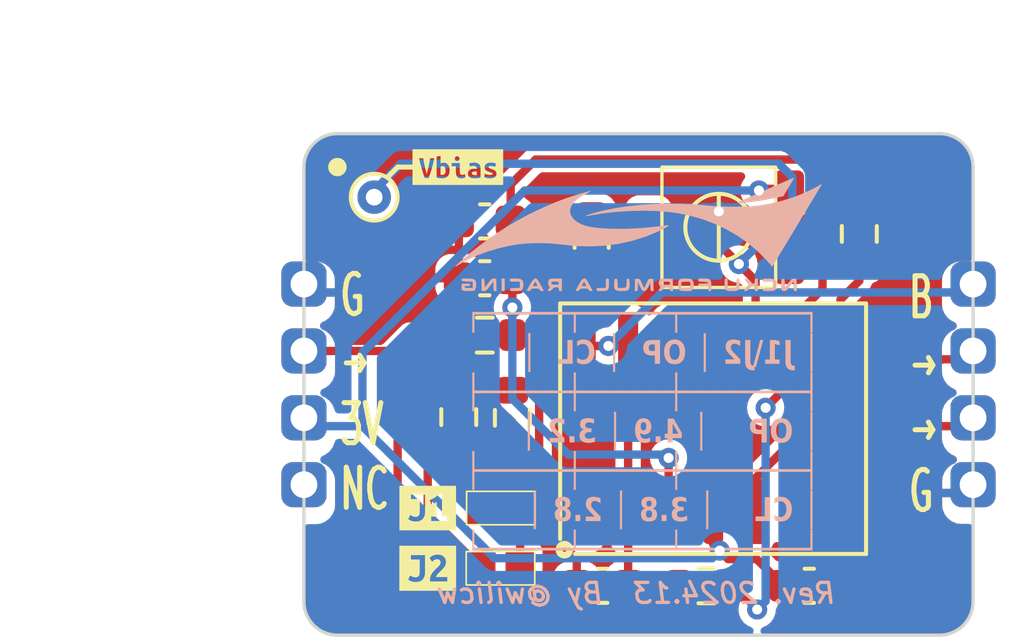
<source format=kicad_pcb>
(kicad_pcb (version 20221018) (generator pcbnew)
  (layers (0 "F.Cu" signal) (31 "B.Cu" signal) (34 "B.Paste" user) (35 "F.Paste" user) (36 "B.SilkS" user "B.Silkscreen") (37 "F.SilkS" user "F.Silkscreen") (38 "B.Mask" user) (39 "F.Mask" user) (44 "Edge.Cuts" user))
  (net 0 "")
  (net 1 "Net-(U1A-+)")
  (net 2 "GND")
  (net 3 "+3V3")
  (net 4 "Net-(JP1-A)")
  (net 5 "Net-(U1A--)")
  (net 6 "Net-(JP1-B)")
  (net 7 "Net-(JP2-B)")
  (net 8 "Net-(J1-Pin_3)")
  (net 9 "Net-(U1C--)")
  (net 10 "Net-(U1C-+)")
  (net 11 "Net-(J2-Pin_2)")
  (net 12 "Net-(J2-Pin_4)")
  (footprint "Connector_PinHeader_2.00mm:PinHeader_1x04_P2.00mm_Vertical" (layer "F.Cu") (at 43 32.5 180)
    (fp_text reference "J2" hide)
    (fp_text value "signal_out" hide)
    (pad "1" thru_hole roundrect (at 0 0 180) (size 1.35 1.35) (drill 0.8) (layers "*.Cu" "*.Mask") (net 2 "GND"))
    (pad "2" thru_hole roundrect (at 0 2 180) (size 1.35 1.35) (drill 0.8) (layers "*.Cu" "*.Mask") (net 11 "Net-(J2-Pin_2)"))
    (pad "3" thru_hole roundrect (at 0 4 180) (size 1.35 1.35) (drill 0.8) (layers "*.Cu" "*.Mask") (net 11 "Net-(J2-Pin_2)"))
    (pad "4" thru_hole roundrect (at 0 6 180) (size 1.35 1.35) (drill 0.8) (layers "*.Cu" "*.Mask") (net 12 "Net-(J2-Pin_4)"))
  )
  (footprint "Resistor_SMD:R_0603_1608Metric" (layer "F.Cu") (at 35.03 35.525)
    (fp_text reference "R2" hide)
    (fp_text value "100k" hide)
    (pad "1" smd roundrect (at -0.825 0) (size 0.8 0.95) (layers "F.Cu" "F.Paste" "F.Mask") (net 5 "Net-(U1A--)"))
    (pad "2" smd roundrect (at 0.825 0) (size 0.8 0.95) (layers "F.Cu" "F.Paste" "F.Mask") (net 9 "Net-(U1C--)"))
  )
  (footprint "TestPoint:TestPoint_THTPad_D1.0mm_Drill0.5mm" (layer "F.Cu") (at 25.1 23.9)
    (fp_text reference "TP1" hide)
    (fp_text value "Vbias" hide)
    (pad "1" thru_hole circle (at 0 0) (size 1 1) (drill 0.5) (layers "*.Cu" "*.Mask") (net 10 "Net-(U1C-+)"))
  )
  (footprint "Capacitor_SMD:C_0603_1608Metric" (layer "F.Cu") (at 28.405 26.325 180)
    (fp_text reference "C1" hide)
    (fp_text value "100n" hide)
    (pad "1" smd roundrect (at -0.775 0 180) (size 0.9 0.95) (layers "F.Cu" "F.Paste" "F.Mask") (net 1 "Net-(U1A-+)"))
    (pad "2" smd roundrect (at 0.775 0 180) (size 0.9 0.95) (layers "F.Cu" "F.Paste" "F.Mask") (net 2 "GND"))
  )
  (footprint "Resistor_SMD:R_0603_1608Metric" (layer "F.Cu") (at 28.405 28.025)
    (fp_text reference "R1" hide)
    (fp_text value "100" hide)
    (pad "1" smd roundrect (at -0.825 0) (size 0.8 0.95) (layers "F.Cu" "F.Paste" "F.Mask") (net 8 "Net-(J1-Pin_3)"))
    (pad "2" smd roundrect (at 0.825 0) (size 0.8 0.95) (layers "F.Cu" "F.Paste" "F.Mask") (net 1 "Net-(U1A-+)"))
  )
  (footprint "kibuzzard-6607B0F2" (layer "F.Cu") (at 27.6 23)
    (fp_text reference "kibuzzard-6607B0F2" hide)
    (fp_text value "G***" hide)
  )
  (footprint "Resistor_SMD:R_0603_1608Metric" (layer "F.Cu") (at 39.6 25 90)
    (fp_text reference "R3" hide)
    (fp_text value "392k" hide)
    (pad "1" smd roundrect (at -0.825 0 90) (size 0.8 0.95) (layers "F.Cu" "F.Paste" "F.Mask") (net 4 "Net-(JP1-A)"))
    (pad "2" smd roundrect (at 0.825 0 90) (size 0.8 0.95) (layers "F.Cu" "F.Paste" "F.Mask") (net 9 "Net-(U1C--)"))
  )
  (footprint "AnalogSensorAmplifier:small jumper" (layer "F.Cu") (at 29.9625 33.75 180)
    (fp_text reference "JP1" hide)
    (fp_text value "SolderJumper_2_Open" hide)
    (pad "1" smd rect (at 0.5 0.55 270) (size 1 0.85) (layers "F.Cu" "F.Paste" "F.Mask") (net 4 "Net-(JP1-A)"))
    (pad "2" smd rect (at 1.65 0.55 270) (size 1 0.85) (layers "F.Cu" "F.Paste" "F.Mask") (net 6 "Net-(JP1-B)"))
  )
  (footprint "PCM_Package_SO_AKL:SOIC-14_3.9x8.7mm_P1.27mm" (layer "F.Cu") (at 35.23 30.825 90)
    (fp_text reference "U1" hide)
    (fp_text value "TLV9064" hide)
    (pad "1" smd roundrect (at -2.475 -3.81 90) (size 1.95 0.6) (layers "F.Cu" "F.Paste" "F.Mask") (net 5 "Net-(U1A--)"))
    (pad "2" smd roundrect (at -2.475 -2.54 90) (size 1.95 0.6) (layers "F.Cu" "F.Paste" "F.Mask") (net 5 "Net-(U1A--)"))
    (pad "3" smd roundrect (at -2.475 -1.27 90) (size 1.95 0.6) (layers "F.Cu" "F.Paste" "F.Mask") (net 1 "Net-(U1A-+)"))
    (pad "4" smd roundrect (at -2.475 0 90) (size 1.95 0.6) (layers "F.Cu" "F.Paste" "F.Mask") (net 3 "+3V3"))
    (pad "5" smd roundrect (at -2.475 1.27 90) (size 1.95 0.6) (layers "F.Cu" "F.Paste" "F.Mask") (net 4 "Net-(JP1-A)"))
    (pad "6" smd roundrect (at -2.475 2.54 90) (size 1.95 0.6) (layers "F.Cu" "F.Paste" "F.Mask") (net 11 "Net-(J2-Pin_2)"))
    (pad "7" smd roundrect (at -2.475 3.81 90) (size 1.95 0.6) (layers "F.Cu" "F.Paste" "F.Mask") (net 11 "Net-(J2-Pin_2)"))
    (pad "8" smd roundrect (at 2.475 3.81 90) (size 1.95 0.6) (layers "F.Cu" "F.Paste" "F.Mask") (net 4 "Net-(JP1-A)"))
    (pad "9" smd roundrect (at 2.475 2.54 90) (size 1.95 0.6) (layers "F.Cu" "F.Paste" "F.Mask") (net 9 "Net-(U1C--)"))
    (pad "10" smd roundrect (at 2.475 1.27 90) (size 1.95 0.6) (layers "F.Cu" "F.Paste" "F.Mask") (net 10 "Net-(U1C-+)"))
    (pad "11" smd roundrect (at 2.475 0 90) (size 1.95 0.6) (layers "F.Cu" "F.Paste" "F.Mask") (net 2 "GND"))
    (pad "12" smd roundrect (at 2.475 -1.27 90) (size 1.95 0.6) (layers "F.Cu" "F.Paste" "F.Mask") (net 5 "Net-(U1A--)"))
    (pad "13" smd roundrect (at 2.475 -2.54 90) (size 1.95 0.6) (layers "F.Cu" "F.Paste" "F.Mask") (net 12 "Net-(J2-Pin_4)"))
    (pad "14" smd roundrect (at 2.475 -3.81 90) (size 1.95 0.6) (layers "F.Cu" "F.Paste" "F.Mask") (net 12 "Net-(J2-Pin_4)"))
  )
  (footprint "kibuzzard-6607A514" (layer "F.Cu") (at 26.7 35)
    (fp_text reference "kibuzzard-6607A514" hide)
    (fp_text value "G***" hide)
  )
  (footprint "Resistor_SMD:R_0603_1608Metric" (layer "F.Cu") (at 27.627886 30.478053 90)
    (fp_text reference "R4" hide)
    (fp_text value "1M" hide)
    (pad "1" smd roundrect (at -0.825 0 90) (size 0.8 0.95) (layers "F.Cu" "F.Paste" "F.Mask") (net 6 "Net-(JP1-B)"))
    (pad "2" smd roundrect (at 0.825 0 90) (size 0.8 0.95) (layers "F.Cu" "F.Paste" "F.Mask") (net 9 "Net-(U1C--)"))
  )
  (footprint "AnalogSensorAmplifier:small jumper" (layer "F.Cu") (at 29.95 35.55 180)
    (fp_text reference "JP2" hide)
    (fp_text value "SolderJumper_2_Open" hide)
    (pad "1" smd rect (at 0.5 0.55 270) (size 1 0.85) (layers "F.Cu" "F.Paste" "F.Mask") (net 4 "Net-(JP1-A)"))
    (pad "2" smd rect (at 1.65 0.55 270) (size 1 0.85) (layers "F.Cu" "F.Paste" "F.Mask") (net 7 "Net-(JP2-B)"))
  )
  (footprint "kibuzzard-6607203A" (layer "F.Cu") (at 26.7 33.2)
    (fp_text reference "kibuzzard-6607203A" hide)
    (fp_text value "G***" hide)
  )
  (footprint "Capacitor_SMD:C_0603_1608Metric" (layer "F.Cu") (at 31.6 25.275 -90)
    (fp_text reference "C5" hide)
    (fp_text value "1u" hide)
    (pad "1" smd roundrect (at -0.775 0 270) (size 0.9 0.95) (layers "F.Cu" "F.Paste" "F.Mask") (net 10 "Net-(U1C-+)"))
    (pad "2" smd roundrect (at 0.775 0 270) (size 0.9 0.95) (layers "F.Cu" "F.Paste" "F.Mask") (net 2 "GND"))
  )
  (footprint "Capacitor_SMD:C_0603_1608Metric" (layer "F.Cu") (at 28.405 24.625 180)
    (fp_text reference "C3" hide)
    (fp_text value "1u" hide)
    (pad "1" smd roundrect (at -0.775 0 180) (size 0.9 0.95) (layers "F.Cu" "F.Paste" "F.Mask") (net 4 "Net-(JP1-A)"))
    (pad "2" smd roundrect (at 0.775 0 180) (size 0.9 0.95) (layers "F.Cu" "F.Paste" "F.Mask") (net 2 "GND"))
  )
  (footprint "Resistor_SMD:R_0603_1608Metric" (layer "F.Cu") (at 29.23 30.5 90)
    (fp_text reference "R5" hide)
    (fp_text value "500k" hide)
    (pad "1" smd roundrect (at -0.825 0 90) (size 0.8 0.95) (layers "F.Cu" "F.Paste" "F.Mask") (net 7 "Net-(JP2-B)"))
    (pad "2" smd roundrect (at 0.825 0 90) (size 0.8 0.95) (layers "F.Cu" "F.Paste" "F.Mask") (net 9 "Net-(U1C--)"))
  )
  (footprint "Capacitor_SMD:C_0603_1608Metric" (layer "F.Cu") (at 38.105 35.525)
    (fp_text reference "C2" hide)
    (fp_text value "100n" hide)
    (pad "1" smd roundrect (at -0.775 0) (size 0.9 0.95) (layers "F.Cu" "F.Paste" "F.Mask") (net 3 "+3V3"))
    (pad "2" smd roundrect (at 0.775 0) (size 0.9 0.95) (layers "F.Cu" "F.Paste" "F.Mask") (net 2 "GND"))
  )
  (footprint "AnalogSensorAmplifier:PVG3A" (layer "F.Cu") (at 35.4 24.8 90)
    (fp_text reference "RV1" hide)
    (fp_text value "1M" hide)
    (pad "1" smd roundrect (at 1.15 2.1 90) (size 1.1 0.9) (layers "F.Cu" "F.Paste" "F.Mask") (roundrect_rratio 0.2) (net 3 "+3V3"))
    (pad "2" smd roundrect (at 0 -2.1 90) (size 1.4 0.9) (layers "F.Cu" "F.Paste" "F.Mask") (roundrect_rratio 0.2) (net 10 "Net-(U1C-+)"))
    (pad "3" smd roundrect (at -1.15 2.1 90) (size 1.1 0.9) (layers "F.Cu" "F.Paste" "F.Mask") (roundrect_rratio 0.2) (net 2 "GND"))
  )
  (footprint "Capacitor_SMD:C_0603_1608Metric" (layer "F.Cu") (at 31.93 35.525 180)
    (fp_text reference "C4" hide)
    (fp_text value "1u" hide)
    (pad "1" smd roundrect (at -0.775 0 180) (size 0.9 0.95) (layers "F.Cu" "F.Paste" "F.Mask") (net 5 "Net-(U1A--)"))
    (pad "2" smd roundrect (at 0.775 0 180) (size 0.9 0.95) (layers "F.Cu" "F.Paste" "F.Mask") (net 2 "GND"))
  )
  (footprint "Connector_PinHeader_2.00mm:PinHeader_1x04_P2.00mm_Vertical" (layer "F.Cu") (at 23 32.5 180)
    (fp_text reference "J1" hide)
    (fp_text value "signal_in" hide)
    (pad "1" thru_hole roundrect (at 0 0 180) (size 1.35 1.35) (drill 0.8) (layers "*.Cu" "*.Mask"))
    (pad "2" thru_hole roundrect (at 0 2 180) (size 1.35 1.35) (drill 0.8) (layers "*.Cu" "*.Mask") (net 3 "+3V3"))
    (pad "3" thru_hole roundrect (at 0 4 180) (size 1.35 1.35) (drill 0.8) (layers "*.Cu" "*.Mask") (net 8 "Net-(J1-Pin_3)"))
    (pad "4" thru_hole roundrect (at 0 6 180) (size 1.35 1.35) (drill 0.8) (layers "*.Cu" "*.Mask") (net 2 "GND"))
  )
  (footprint "LOGO" (layer "B.Cu") (at 33.000354 25 180)
    (fp_text reference "G***" hide)
    (fp_text value "LOGO" hide)
  )
  (gr_line (start 26.3 23) (end 25.8 23) (stroke (width 0.15)) (layer "F.SilkS"))
  (gr_line (start 25.8 23) (end 25.5 23.3) (stroke (width 0.15)) (layer "F.SilkS"))
  (gr_circle (center 24 23) (end 24.2 23) (stroke (width 0.15)) (fill solid) (layer "F.SilkS"))
  (gr_line (start 43 36) (end 43 23) (stroke (width 0.1)) (layer "Edge.Cuts"))
  (gr_line (start 42 22) (end 24 22) (stroke (width 0.1)) (layer "Edge.Cuts"))
  (gr_line (start 23 23) (end 23 36) (stroke (width 0.1)) (layer "Edge.Cuts"))
  (gr_arc (start 24 37) (mid 23.292893 36.707107) (end 23 36) (stroke (width 0.1)) (layer "Edge.Cuts"))
  (gr_arc (start 23 23) (mid 23.292893 22.292893) (end 24 22) (stroke (width 0.1)) (layer "Edge.Cuts"))
  (gr_arc (start 42 22) (mid 42.707107 22.292893) (end 43 23) (stroke (width 0.1)) (layer "Edge.Cuts"))
  (gr_arc (start 43 36) (mid 42.707107 36.707107) (end 42 37) (stroke (width 0.1)) (layer "Edge.Cuts"))
  (gr_line (start 24 37) (end 42 37) (stroke (width 0.1)) (layer "Edge.Cuts"))
  (gr_text "┌───────┬─────┬─────┐\n│ J1\\J2 │ OP  │ CL  │\n├───────┼─────┼─────┤\n│ OP    │ 4.9 │ 3.2 │\n├───────┼─────┼─────┤\n│ CL    │ 3.8 │ 2.8 │\n└───────┴─────┴─────┘\n" (at 38.422484 34.883844) (layer "B.SilkS") (effects (font (size 0.7 0.6) (thickness 0.14) bold) (justify left bottom mirror)))
  (gr_text "Rev. 2024.13  By @wilicw" (at 38.957859 36.1) (layer "B.SilkS") (effects (font (size 0.6 0.6) (thickness 0.1) bold italic) (justify left bottom mirror)))
  (gr_text "G\n→\n3V\nNC" (at 24 33.33275) (layer "F.SilkS") (effects (font (size 1.2 0.7)) (justify left bottom)))
  (gr_text "B\n→\n→\nG" (at 41 33.4) (layer "F.SilkS") (effects (font (size 1.2 0.7)) (justify left bottom)))
  (segment (start 33.9 31.7) (end 33.9 33.24) (width 0.25) (layer "F.Cu") (net 1))
  (segment (start 29.23 28.025) (end 29.23 26.375) (width 0.25) (layer "F.Cu") (net 1))
  (segment (start 29.23 26.375) (end 29.18 26.325) (width 0.25) (layer "F.Cu") (net 1))
  (segment (start 33.9 33.24) (end 33.96 33.3) (width 0.25) (layer "F.Cu") (net 1))
  (via (at 33.9 31.7) (size 0.6) (drill 0.3) (layers "F.Cu" "B.Cu") (net 1))
  (via (at 29.23 27.2) (size 0.6) (drill 0.3) (layers "F.Cu" "B.Cu") (net 1))
  (segment (start 29.23 27.2) (end 29.23 29.93) (width 0.25) (layer "B.Cu") (net 1))
  (segment (start 29.23 29.93) (end 30.9 31.6) (width 0.25) (layer "B.Cu") (net 1))
  (segment (start 33.8 31.6) (end 33.9 31.7) (width 0.25) (layer "B.Cu") (net 1))
  (segment (start 30.9 31.6) (end 33.8 31.6) (width 0.25) (layer "B.Cu") (net 1))
  (via (at 35.4 24.3245) (size 0.6) (drill 0.3) (layers "F.Cu" "B.Cu") (net 2))
  (segment (start 37.33 35.525) (end 36.53 34.725) (width 0.25) (layer "F.Cu") (net 3))
  (segment (start 36.53 34.725) (end 35.68 34.725) (width 0.25) (layer "F.Cu") (net 3))
  (segment (start 35.23 33.3) (end 35.23 34.275) (width 0.25) (layer "F.Cu") (net 3))
  (segment (start 37.5 23.65) (end 36.65 23.65) (width 0.25) (layer "F.Cu") (net 3))
  (segment (start 35.68 34.725) (end 35.4275 34.4725) (width 0.25) (layer "F.Cu") (net 3))
  (segment (start 36.65 23.65) (end 36.6 23.7) (width 0.25) (layer "F.Cu") (net 3))
  (via (at 36.6 23.7) (size 0.6) (drill 0.3) (layers "F.Cu" "B.Cu") (net 3))
  (via (at 35.4275 34.4725) (size 0.6) (drill 0.3) (layers "F.Cu" "B.Cu") (net 3))
  (segment (start 35.4275 34.4725) (end 35.2 34.7) (width 0.25) (layer "B.Cu") (net 3))
  (segment (start 24.75 28.55) (end 24.75 30.75) (width 0.25) (layer "B.Cu") (net 3))
  (segment (start 24.75 30.75) (end 23.125 30.75) (width 0.25) (layer "B.Cu") (net 3))
  (segment (start 35.2 34.7) (end 28.7 34.7) (width 0.25) (layer "B.Cu") (net 3))
  (segment (start 29.6 23.7) (end 24.75 28.55) (width 0.25) (layer "B.Cu") (net 3))
  (segment (start 36.6 23.7) (end 29.6 23.7) (width 0.25) (layer "B.Cu") (net 3))
  (segment (start 28.7 34.7) (end 24.75 30.75) (width 0.25) (layer "B.Cu") (net 3))
  (segment (start 29.4625 33.2) (end 30.03 32.6325) (width 0.25) (layer "F.Cu") (net 4))
  (segment (start 29.925 22.775) (end 29.18 23.52) (width 0.25) (layer "F.Cu") (net 4))
  (segment (start 29.4625 33.2) (end 29.4625 34.9875) (width 0.25) (layer "F.Cu") (net 4))
  (segment (start 39.6 26.4) (end 39.04 26.96) (width 0.25) (layer "F.Cu") (net 4))
  (segment (start 40.7 24.725) (end 40.7 23.8) (width 0.25) (layer "F.Cu") (net 4))
  (segment (start 39.6 25.825) (end 39.6 26.4) (width 0.25) (layer "F.Cu") (net 4))
  (segment (start 30.03 32.6325) (end 30.03 25.475) (width 0.25) (layer "F.Cu") (net 4))
  (segment (start 39.6 25.825) (end 40.7 24.725) (width 0.25) (layer "F.Cu") (net 4))
  (segment (start 40.7 23.8) (end 39.675 22.775) (width 0.25) (layer "F.Cu") (net 4))
  (segment (start 36.5 32.3) (end 39.04 29.76) (width 0.25) (layer "F.Cu") (net 4))
  (segment (start 29.4625 34.9875) (end 29.45 35) (width 0.25) (layer "F.Cu") (net 4))
  (segment (start 39.04 29.76) (end 39.04 28.35) (width 0.25) (layer "F.Cu") (net 4))
  (segment (start 29.18 23.52) (end 29.18 24.625) (width 0.25) (layer "F.Cu") (net 4))
  (segment (start 36.5 33.3) (end 36.5 32.3) (width 0.25) (layer "F.Cu") (net 4))
  (segment (start 39.675 22.775) (end 29.925 22.775) (width 0.25) (layer "F.Cu") (net 4))
  (segment (start 39.04 26.96) (end 39.04 28.35) (width 0.25) (layer "F.Cu") (net 4))
  (segment (start 30.03 25.475) (end 29.18 24.625) (width 0.25) (layer "F.Cu") (net 4))
  (segment (start 32.69 31.01) (end 33.96 29.74) (width 0.25) (layer "F.Cu") (net 5))
  (segment (start 32.69 35.51) (end 32.705 35.525) (width 0.25) (layer "F.Cu") (net 5))
  (segment (start 33.96 29.74) (end 33.96 28.35) (width 0.25) (layer "F.Cu") (net 5))
  (segment (start 31.42 33.3) (end 32.69 33.3) (width 0.25) (layer "F.Cu") (net 5))
  (segment (start 32.69 33.3) (end 32.69 31.01) (width 0.25) (layer "F.Cu") (net 5))
  (segment (start 32.705 35.525) (end 34.205 35.525) (width 0.25) (layer "F.Cu") (net 5))
  (segment (start 32.69 33.3) (end 32.69 35.51) (width 0.25) (layer "F.Cu") (net 5))
  (segment (start 27.627886 31.303053) (end 27.627886 32.515386) (width 0.25) (layer "F.Cu") (net 6))
  (segment (start 27.627886 32.515386) (end 28.3125 33.2) (width 0.25) (layer "F.Cu") (net 6))
  (segment (start 26.7 33.4) (end 26.7 30.9) (width 0.25) (layer "F.Cu") (net 7))
  (segment (start 29.1 30.5) (end 29.23 30.63) (width 0.25) (layer "F.Cu") (net 7))
  (segment (start 26.7 30.9) (end 27.1 30.5) (width 0.25) (layer "F.Cu") (net 7))
  (segment (start 29.23 30.63) (end 29.23 31.325) (width 0.25) (layer "F.Cu") (net 7))
  (segment (start 28.3 35) (end 26.7 33.4) (width 0.25) (layer "F.Cu") (net 7))
  (segment (start 27.1 30.5) (end 29.1 30.5) (width 0.25) (layer "F.Cu") (net 7))
  (segment (start 27.105 28.5) (end 23.375 28.5) (width 0.25) (layer "F.Cu") (net 8))
  (segment (start 23.375 28.5) (end 23.125 28.75) (width 0.25) (layer "F.Cu") (net 8))
  (segment (start 27.58 28.025) (end 27.105 28.5) (width 0.25) (layer "F.Cu") (net 8))
  (segment (start 29.23 29.675) (end 27.649833 29.675) (width 0.25) (layer "F.Cu") (net 9))
  (segment (start 35.855 35.525) (end 35.055 36.325) (width 0.25) (layer "F.Cu") (net 9))
  (segment (start 36.546706 36.216706) (end 35.855 35.525) (width 0.25) (layer "F.Cu") (net 9))
  (segment (start 37.77 28.35) (end 37.77 29.23) (width 0.25) (layer "F.Cu") (net 9))
  (segment (start 25.8 34.5) (end 25.8 30.5) (width 0.25) (layer "F.Cu") (net 9))
  (segment (start 38.5 24.7) (end 39.025 24.175) (width 0.25) (layer "F.Cu") (net 9))
  (segment (start 39.025 24.175) (end 39.6 24.175) (width 0.25) (layer "F.Cu") (net 9))
  (segment (start 37.77 27.375) (end 38.5 26.645) (width 0.25) (layer "F.Cu") (net 9))
  (segment (start 27.649833 29.675) (end 27.627886 29.653053) (width 0.25) (layer "F.Cu") (net 9))
  (segment (start 37.77 29.23) (end 36.8 30.2) (width 0.25) (layer "F.Cu") (net 9))
  (segment (start 26.646947 29.653053) (end 27.627886 29.653053) (width 0.25) (layer "F.Cu") (net 9))
  (segment (start 38.5 26.645) (end 38.5 24.7) (width 0.25) (layer "F.Cu") (net 9))
  (segment (start 36.546706 36.234339) (end 36.546706 36.216706) (width 0.25) (layer "F.Cu") (net 9))
  (segment (start 37.77 28.35) (end 37.77 27.375) (width 0.25) (layer "F.Cu") (net 9))
  (segment (start 35.055 36.325) (end 27.625 36.325) (width 0.25) (layer "F.Cu") (net 9))
  (segment (start 27.625 36.325) (end 25.8 34.5) (width 0.25) (layer "F.Cu") (net 9))
  (segment (start 25.8 30.5) (end 26.646947 29.653053) (width 0.25) (layer "F.Cu") (net 9))
  (via (at 36.8 30.2) (size 0.6) (drill 0.3) (layers "F.Cu" "B.Cu") (net 9))
  (via (at 36.546706 36.234339) (size 0.6) (drill 0.3) (layers "F.Cu" "B.Cu") (net 9))
  (segment (start 36.546706 36.234339) (end 36.8 35.981045) (width 0.25) (layer "B.Cu") (net 9))
  (segment (start 36.8 35.981045) (end 36.8 30.2) (width 0.25) (layer "B.Cu") (net 9))
  (segment (start 33 24.5) (end 33.3 24.8) (width 0.25) (layer "F.Cu") (net 10))
  (segment (start 36 25.9) (end 36.5 26.4) (width 0.25) (layer "F.Cu") (net 10))
  (segment (start 36 25.9) (end 34.9 24.8) (width 0.25) (layer "F.Cu") (net 10))
  (segment (start 31.6 24.5) (end 33 24.5) (width 0.25) (layer "F.Cu") (net 10))
  (segment (start 36.5 26.4) (end 36.5 28.35) (width 0.25) (layer "F.Cu") (net 10))
  (segment (start 34.9 24.8) (end 33.3 24.8) (width 0.25) (layer "F.Cu") (net 10))
  (via (at 36 25.9) (size 0.6) (drill 0.3) (layers "F.Cu" "B.Cu") (net 10))
  (segment (start 37.6 24.3) (end 37.6 23.3) (width 0.25) (layer "B.Cu") (net 10))
  (segment (start 36 25.9) (end 37.6 24.3) (width 0.25) (layer "B.Cu") (net 10))
  (segment (start 25.9 22.9) (end 25.1 23.7) (width 0.25) (layer "B.Cu") (net 10))
  (segment (start 37.2 22.9) (end 25.9 22.9) (width 0.25) (layer "B.Cu") (net 10))
  (segment (start 37.6 23.3) (end 37.2 22.9) (width 0.25) (layer "B.Cu") (net 10))
  (segment (start 39.04 31.76) (end 40.7 30.1) (width 0.25) (layer "F.Cu") (net 11))
  (segment (start 41.25 30.75) (end 42.875 30.75) (width 0.25) (layer "F.Cu") (net 11))
  (segment (start 37.77 33.3) (end 39.04 33.3) (width 0.25) (layer "F.Cu") (net 11))
  (segment (start 40.7 30.2) (end 41.25 30.75) (width 0.25) (layer "F.Cu") (net 11))
  (segment (start 42.05 28.75) (end 42.875 28.75) (width 0.25) (layer "F.Cu") (net 11))
  (segment (start 40.7 30.1) (end 40.7 30.2) (width 0.25) (layer "F.Cu") (net 11))
  (segment (start 39.04 33.3) (end 39.04 31.76) (width 0.25) (layer "F.Cu") (net 11))
  (segment (start 40.7 30.1) (end 42.05 28.75) (width 0.25) (layer "F.Cu") (net 11))
  (segment (start 31.42 28.35) (end 32.69 28.35) (width 0.25) (layer "F.Cu") (net 12))
  (via (at 32.1 28.35) (size 0.6) (drill 0.3) (layers "F.Cu" "B.Cu") (net 12))
  (segment (start 32.1 28.35) (end 33.7 26.75) (width 0.25) (layer "B.Cu") (net 12))
  (segment (start 33.7 26.75) (end 42.875 26.75) (width 0.25) (layer "B.Cu") (net 12))
  (zone (net 2) (net_name "GND") (layers "F&B.Cu") (connect_pads (clearance 0.254)) (min_thickness 0.25) (fill yes (thermal_gap 0.25) (thermal_bridge_width 0.25))
    (polygon (pts (xy 23 22) (xy 23 37) (xy 43 37) (xy 43 22)))
  )
)
</source>
